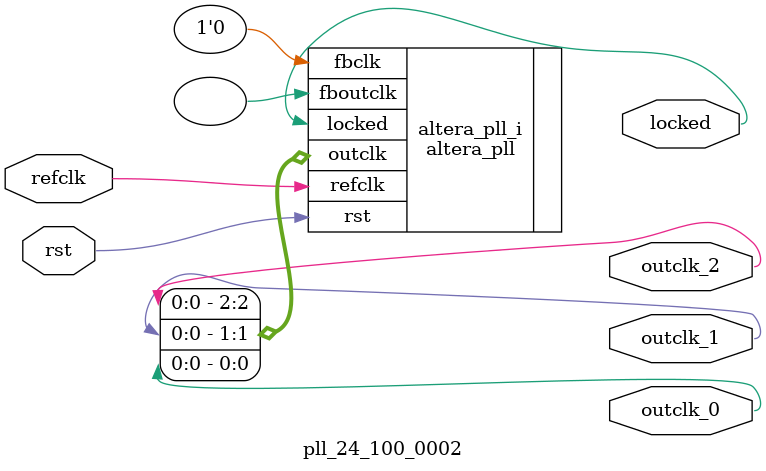
<source format=v>
`timescale 1ns/10ps
module  pll_24_100_0002(

	// interface 'refclk'
	input wire refclk,

	// interface 'reset'
	input wire rst,

	// interface 'outclk0'
	output wire outclk_0,

	// interface 'outclk1'
	output wire outclk_1,

	// interface 'outclk2'
	output wire outclk_2,

	// interface 'locked'
	output wire locked
);

	altera_pll #(
		.fractional_vco_multiplier("false"),
		.reference_clock_frequency("50.0 MHz"),
		.operation_mode("direct"),
		.number_of_clocks(3),
		.output_clock_frequency0("24.000000 MHz"),
		.phase_shift0("0 ps"),
		.duty_cycle0(50),
		.output_clock_frequency1("100.000000 MHz"),
		.phase_shift1("0 ps"),
		.duty_cycle1(50),
		.output_clock_frequency2("60.000000 MHz"),
		.phase_shift2("0 ps"),
		.duty_cycle2(50),
		.output_clock_frequency3("0 MHz"),
		.phase_shift3("0 ps"),
		.duty_cycle3(50),
		.output_clock_frequency4("0 MHz"),
		.phase_shift4("0 ps"),
		.duty_cycle4(50),
		.output_clock_frequency5("0 MHz"),
		.phase_shift5("0 ps"),
		.duty_cycle5(50),
		.output_clock_frequency6("0 MHz"),
		.phase_shift6("0 ps"),
		.duty_cycle6(50),
		.output_clock_frequency7("0 MHz"),
		.phase_shift7("0 ps"),
		.duty_cycle7(50),
		.output_clock_frequency8("0 MHz"),
		.phase_shift8("0 ps"),
		.duty_cycle8(50),
		.output_clock_frequency9("0 MHz"),
		.phase_shift9("0 ps"),
		.duty_cycle9(50),
		.output_clock_frequency10("0 MHz"),
		.phase_shift10("0 ps"),
		.duty_cycle10(50),
		.output_clock_frequency11("0 MHz"),
		.phase_shift11("0 ps"),
		.duty_cycle11(50),
		.output_clock_frequency12("0 MHz"),
		.phase_shift12("0 ps"),
		.duty_cycle12(50),
		.output_clock_frequency13("0 MHz"),
		.phase_shift13("0 ps"),
		.duty_cycle13(50),
		.output_clock_frequency14("0 MHz"),
		.phase_shift14("0 ps"),
		.duty_cycle14(50),
		.output_clock_frequency15("0 MHz"),
		.phase_shift15("0 ps"),
		.duty_cycle15(50),
		.output_clock_frequency16("0 MHz"),
		.phase_shift16("0 ps"),
		.duty_cycle16(50),
		.output_clock_frequency17("0 MHz"),
		.phase_shift17("0 ps"),
		.duty_cycle17(50),
		.pll_type("General"),
		.pll_subtype("General")
	) altera_pll_i (
		.rst	(rst),
		.outclk	({outclk_2, outclk_1, outclk_0}),
		.locked	(locked),
		.fboutclk	( ),
		.fbclk	(1'b0),
		.refclk	(refclk)
	);
endmodule


</source>
